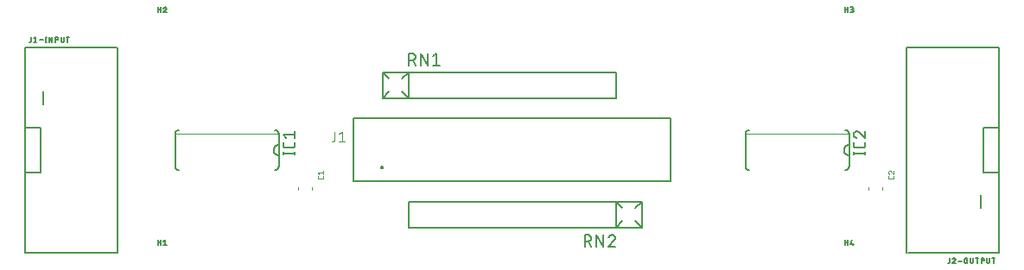
<source format=gbr>
G04 EAGLE Gerber RS-274X export*
G75*
%MOMM*%
%FSLAX34Y34*%
%LPD*%
%INSilkscreen Top*%
%IPPOS*%
%AMOC8*
5,1,8,0,0,1.08239X$1,22.5*%
G01*
%ADD10C,0.120000*%
%ADD11C,0.050800*%
%ADD12C,0.152400*%
%ADD13C,0.127000*%
%ADD14C,0.200000*%
%ADD15C,0.076200*%
%ADD16C,0.203200*%


D10*
X311600Y115650D02*
X311600Y112950D01*
X298000Y112950D02*
X298000Y115650D01*
D11*
X323342Y125375D02*
X323342Y126617D01*
X323342Y125375D02*
X323340Y125305D01*
X323334Y125236D01*
X323324Y125167D01*
X323311Y125099D01*
X323293Y125031D01*
X323272Y124965D01*
X323247Y124900D01*
X323219Y124836D01*
X323187Y124774D01*
X323152Y124714D01*
X323113Y124656D01*
X323071Y124601D01*
X323026Y124547D01*
X322978Y124497D01*
X322928Y124449D01*
X322874Y124404D01*
X322819Y124362D01*
X322761Y124323D01*
X322701Y124288D01*
X322639Y124256D01*
X322575Y124228D01*
X322510Y124203D01*
X322444Y124182D01*
X322376Y124164D01*
X322308Y124151D01*
X322239Y124141D01*
X322170Y124135D01*
X322100Y124133D01*
X318996Y124133D01*
X318926Y124135D01*
X318857Y124141D01*
X318788Y124151D01*
X318720Y124164D01*
X318652Y124182D01*
X318586Y124203D01*
X318521Y124228D01*
X318457Y124256D01*
X318395Y124288D01*
X318335Y124323D01*
X318277Y124362D01*
X318222Y124404D01*
X318168Y124449D01*
X318118Y124497D01*
X318070Y124547D01*
X318025Y124601D01*
X317983Y124656D01*
X317944Y124714D01*
X317909Y124774D01*
X317877Y124836D01*
X317849Y124900D01*
X317824Y124965D01*
X317803Y125031D01*
X317785Y125099D01*
X317772Y125167D01*
X317762Y125236D01*
X317756Y125305D01*
X317754Y125375D01*
X317754Y126617D01*
X318996Y128722D02*
X317754Y130274D01*
X323342Y130274D01*
X323342Y128722D02*
X323342Y131826D01*
D10*
X870400Y115650D02*
X870400Y112950D01*
X856800Y112950D02*
X856800Y115650D01*
D11*
X882142Y125375D02*
X882142Y126617D01*
X882142Y125375D02*
X882140Y125305D01*
X882134Y125236D01*
X882124Y125167D01*
X882111Y125099D01*
X882093Y125031D01*
X882072Y124965D01*
X882047Y124900D01*
X882019Y124836D01*
X881987Y124774D01*
X881952Y124714D01*
X881913Y124656D01*
X881871Y124601D01*
X881826Y124547D01*
X881778Y124497D01*
X881728Y124449D01*
X881674Y124404D01*
X881619Y124362D01*
X881561Y124323D01*
X881501Y124288D01*
X881439Y124256D01*
X881375Y124228D01*
X881310Y124203D01*
X881244Y124182D01*
X881176Y124164D01*
X881108Y124151D01*
X881039Y124141D01*
X880970Y124135D01*
X880900Y124133D01*
X877796Y124133D01*
X877726Y124135D01*
X877657Y124141D01*
X877588Y124151D01*
X877520Y124164D01*
X877452Y124182D01*
X877386Y124203D01*
X877321Y124228D01*
X877257Y124256D01*
X877195Y124288D01*
X877135Y124323D01*
X877077Y124362D01*
X877022Y124404D01*
X876968Y124449D01*
X876918Y124497D01*
X876870Y124547D01*
X876825Y124601D01*
X876783Y124656D01*
X876744Y124714D01*
X876709Y124774D01*
X876677Y124836D01*
X876649Y124900D01*
X876624Y124965D01*
X876603Y125031D01*
X876585Y125099D01*
X876572Y125167D01*
X876562Y125236D01*
X876556Y125305D01*
X876554Y125375D01*
X876554Y126617D01*
X876554Y130429D02*
X876556Y130502D01*
X876562Y130575D01*
X876571Y130648D01*
X876585Y130719D01*
X876602Y130791D01*
X876622Y130861D01*
X876647Y130930D01*
X876675Y130997D01*
X876706Y131063D01*
X876741Y131128D01*
X876779Y131190D01*
X876821Y131250D01*
X876865Y131308D01*
X876913Y131364D01*
X876963Y131417D01*
X877016Y131467D01*
X877072Y131515D01*
X877130Y131559D01*
X877190Y131601D01*
X877253Y131639D01*
X877317Y131674D01*
X877383Y131705D01*
X877450Y131733D01*
X877519Y131758D01*
X877589Y131778D01*
X877661Y131795D01*
X877732Y131809D01*
X877805Y131818D01*
X877878Y131824D01*
X877951Y131826D01*
X876554Y130429D02*
X876556Y130345D01*
X876562Y130262D01*
X876571Y130179D01*
X876585Y130096D01*
X876602Y130015D01*
X876624Y129934D01*
X876649Y129854D01*
X876677Y129776D01*
X876709Y129698D01*
X876745Y129623D01*
X876784Y129549D01*
X876827Y129477D01*
X876873Y129407D01*
X876922Y129340D01*
X876975Y129274D01*
X877030Y129212D01*
X877088Y129152D01*
X877149Y129094D01*
X877212Y129040D01*
X877278Y128988D01*
X877346Y128940D01*
X877417Y128895D01*
X877489Y128853D01*
X877564Y128815D01*
X877640Y128780D01*
X877717Y128749D01*
X877796Y128721D01*
X879037Y131360D02*
X878984Y131414D01*
X878927Y131465D01*
X878868Y131513D01*
X878807Y131558D01*
X878744Y131599D01*
X878678Y131638D01*
X878611Y131673D01*
X878542Y131705D01*
X878471Y131733D01*
X878400Y131757D01*
X878327Y131778D01*
X878253Y131795D01*
X878178Y131809D01*
X878103Y131818D01*
X878027Y131824D01*
X877951Y131826D01*
X879038Y131360D02*
X882142Y128722D01*
X882142Y131826D01*
D12*
X181610Y171958D02*
X181488Y171956D01*
X181366Y171950D01*
X181244Y171940D01*
X181123Y171927D01*
X181002Y171909D01*
X180882Y171888D01*
X180762Y171862D01*
X180644Y171833D01*
X180526Y171801D01*
X180409Y171764D01*
X180294Y171724D01*
X180180Y171680D01*
X180068Y171632D01*
X179957Y171581D01*
X179848Y171526D01*
X179740Y171468D01*
X179635Y171406D01*
X179532Y171341D01*
X179430Y171273D01*
X179331Y171201D01*
X179235Y171127D01*
X179140Y171049D01*
X179049Y170968D01*
X178959Y170885D01*
X178873Y170799D01*
X178790Y170709D01*
X178709Y170618D01*
X178631Y170523D01*
X178557Y170427D01*
X178485Y170328D01*
X178417Y170226D01*
X178352Y170123D01*
X178290Y170018D01*
X178232Y169910D01*
X178177Y169801D01*
X178126Y169690D01*
X178078Y169578D01*
X178034Y169464D01*
X177994Y169349D01*
X177957Y169232D01*
X177925Y169114D01*
X177896Y168996D01*
X177870Y168876D01*
X177849Y168756D01*
X177831Y168635D01*
X177818Y168514D01*
X177808Y168392D01*
X177802Y168270D01*
X177800Y168148D01*
X275590Y132842D02*
X275712Y132844D01*
X275834Y132850D01*
X275956Y132860D01*
X276077Y132873D01*
X276198Y132891D01*
X276318Y132912D01*
X276438Y132938D01*
X276556Y132967D01*
X276674Y132999D01*
X276791Y133036D01*
X276906Y133076D01*
X277020Y133120D01*
X277132Y133168D01*
X277243Y133219D01*
X277352Y133274D01*
X277460Y133332D01*
X277565Y133394D01*
X277668Y133459D01*
X277770Y133527D01*
X277869Y133599D01*
X277965Y133673D01*
X278060Y133751D01*
X278151Y133832D01*
X278241Y133915D01*
X278327Y134001D01*
X278410Y134091D01*
X278491Y134182D01*
X278569Y134277D01*
X278643Y134373D01*
X278715Y134472D01*
X278783Y134574D01*
X278848Y134677D01*
X278910Y134782D01*
X278968Y134890D01*
X279023Y134999D01*
X279074Y135110D01*
X279122Y135222D01*
X279166Y135336D01*
X279206Y135451D01*
X279243Y135568D01*
X279275Y135686D01*
X279304Y135804D01*
X279330Y135924D01*
X279351Y136044D01*
X279369Y136165D01*
X279382Y136286D01*
X279392Y136408D01*
X279398Y136530D01*
X279400Y136652D01*
X181610Y132842D02*
X181488Y132844D01*
X181366Y132850D01*
X181244Y132860D01*
X181123Y132873D01*
X181002Y132891D01*
X180882Y132912D01*
X180762Y132938D01*
X180644Y132967D01*
X180526Y132999D01*
X180409Y133036D01*
X180294Y133076D01*
X180180Y133120D01*
X180068Y133168D01*
X179957Y133219D01*
X179848Y133274D01*
X179740Y133332D01*
X179635Y133394D01*
X179532Y133459D01*
X179430Y133527D01*
X179331Y133599D01*
X179235Y133673D01*
X179140Y133751D01*
X179049Y133832D01*
X178959Y133915D01*
X178873Y134001D01*
X178790Y134091D01*
X178709Y134182D01*
X178631Y134277D01*
X178557Y134373D01*
X178485Y134472D01*
X178417Y134574D01*
X178352Y134677D01*
X178290Y134782D01*
X178232Y134890D01*
X178177Y134999D01*
X178126Y135110D01*
X178078Y135222D01*
X178034Y135336D01*
X177994Y135451D01*
X177957Y135568D01*
X177925Y135686D01*
X177896Y135804D01*
X177870Y135924D01*
X177849Y136044D01*
X177831Y136165D01*
X177818Y136286D01*
X177808Y136408D01*
X177802Y136530D01*
X177800Y136652D01*
X275590Y171958D02*
X275712Y171956D01*
X275834Y171950D01*
X275956Y171940D01*
X276077Y171927D01*
X276198Y171909D01*
X276318Y171888D01*
X276438Y171862D01*
X276556Y171833D01*
X276674Y171801D01*
X276791Y171764D01*
X276906Y171724D01*
X277020Y171680D01*
X277132Y171632D01*
X277243Y171581D01*
X277352Y171526D01*
X277460Y171468D01*
X277565Y171406D01*
X277668Y171341D01*
X277770Y171273D01*
X277869Y171201D01*
X277965Y171127D01*
X278060Y171049D01*
X278151Y170968D01*
X278241Y170885D01*
X278327Y170799D01*
X278410Y170709D01*
X278491Y170618D01*
X278569Y170523D01*
X278643Y170427D01*
X278715Y170328D01*
X278783Y170226D01*
X278848Y170123D01*
X278910Y170018D01*
X278968Y169910D01*
X279023Y169801D01*
X279074Y169690D01*
X279122Y169578D01*
X279166Y169464D01*
X279206Y169349D01*
X279243Y169232D01*
X279275Y169114D01*
X279304Y168996D01*
X279330Y168876D01*
X279351Y168756D01*
X279369Y168635D01*
X279382Y168514D01*
X279392Y168392D01*
X279398Y168270D01*
X279400Y168148D01*
X177800Y168148D02*
X177800Y136652D01*
X279400Y136652D02*
X279400Y147320D01*
X279400Y157480D01*
X279400Y168148D01*
X279400Y157480D02*
X279259Y157478D01*
X279118Y157472D01*
X278977Y157462D01*
X278836Y157449D01*
X278696Y157431D01*
X278557Y157409D01*
X278418Y157384D01*
X278279Y157355D01*
X278142Y157322D01*
X278006Y157285D01*
X277871Y157244D01*
X277736Y157200D01*
X277604Y157152D01*
X277472Y157100D01*
X277342Y157045D01*
X277214Y156986D01*
X277087Y156923D01*
X276963Y156857D01*
X276840Y156788D01*
X276719Y156715D01*
X276600Y156639D01*
X276483Y156559D01*
X276369Y156476D01*
X276256Y156391D01*
X276147Y156302D01*
X276039Y156210D01*
X275935Y156115D01*
X275833Y156017D01*
X275734Y155916D01*
X275637Y155813D01*
X275544Y155707D01*
X275454Y155599D01*
X275366Y155488D01*
X275282Y155375D01*
X275201Y155259D01*
X275123Y155141D01*
X275048Y155021D01*
X274977Y154899D01*
X274909Y154775D01*
X274845Y154649D01*
X274784Y154522D01*
X274727Y154393D01*
X274674Y154262D01*
X274624Y154130D01*
X274577Y153997D01*
X274535Y153862D01*
X274496Y153726D01*
X274461Y153589D01*
X274430Y153452D01*
X274403Y153313D01*
X274379Y153174D01*
X274360Y153034D01*
X274344Y152894D01*
X274332Y152753D01*
X274324Y152612D01*
X274320Y152471D01*
X274320Y152329D01*
X274324Y152188D01*
X274332Y152047D01*
X274344Y151906D01*
X274360Y151766D01*
X274379Y151626D01*
X274403Y151487D01*
X274430Y151348D01*
X274461Y151211D01*
X274496Y151074D01*
X274535Y150938D01*
X274577Y150803D01*
X274624Y150670D01*
X274674Y150538D01*
X274727Y150407D01*
X274784Y150278D01*
X274845Y150151D01*
X274909Y150025D01*
X274977Y149901D01*
X275048Y149779D01*
X275123Y149659D01*
X275201Y149541D01*
X275282Y149425D01*
X275366Y149312D01*
X275454Y149201D01*
X275544Y149093D01*
X275637Y148987D01*
X275734Y148884D01*
X275833Y148783D01*
X275935Y148685D01*
X276039Y148590D01*
X276147Y148498D01*
X276256Y148409D01*
X276369Y148324D01*
X276483Y148241D01*
X276600Y148161D01*
X276719Y148085D01*
X276840Y148012D01*
X276963Y147943D01*
X277087Y147877D01*
X277214Y147814D01*
X277342Y147755D01*
X277472Y147700D01*
X277604Y147648D01*
X277736Y147600D01*
X277871Y147556D01*
X278006Y147515D01*
X278142Y147478D01*
X278279Y147445D01*
X278418Y147416D01*
X278557Y147391D01*
X278696Y147369D01*
X278836Y147351D01*
X278977Y147338D01*
X279118Y147328D01*
X279259Y147322D01*
X279400Y147320D01*
D11*
X279400Y168402D02*
X177800Y168402D01*
D13*
X283845Y148971D02*
X295275Y148971D01*
X295275Y147701D02*
X295275Y150241D01*
X283845Y150241D02*
X283845Y147701D01*
X295275Y157443D02*
X295275Y159983D01*
X295275Y157443D02*
X295273Y157343D01*
X295267Y157244D01*
X295257Y157144D01*
X295244Y157046D01*
X295226Y156947D01*
X295205Y156850D01*
X295180Y156754D01*
X295151Y156658D01*
X295118Y156564D01*
X295082Y156471D01*
X295042Y156380D01*
X294998Y156290D01*
X294951Y156202D01*
X294901Y156116D01*
X294847Y156032D01*
X294790Y155950D01*
X294730Y155871D01*
X294666Y155793D01*
X294600Y155719D01*
X294531Y155647D01*
X294459Y155578D01*
X294385Y155512D01*
X294307Y155448D01*
X294228Y155388D01*
X294146Y155331D01*
X294062Y155277D01*
X293976Y155227D01*
X293888Y155180D01*
X293798Y155136D01*
X293707Y155096D01*
X293614Y155060D01*
X293520Y155027D01*
X293424Y154998D01*
X293328Y154973D01*
X293231Y154952D01*
X293132Y154934D01*
X293034Y154921D01*
X292934Y154911D01*
X292835Y154905D01*
X292735Y154903D01*
X286385Y154903D01*
X286285Y154905D01*
X286186Y154911D01*
X286086Y154921D01*
X285988Y154934D01*
X285889Y154952D01*
X285792Y154973D01*
X285696Y154998D01*
X285600Y155027D01*
X285506Y155060D01*
X285413Y155096D01*
X285322Y155136D01*
X285232Y155180D01*
X285144Y155227D01*
X285058Y155277D01*
X284974Y155331D01*
X284892Y155388D01*
X284813Y155448D01*
X284735Y155512D01*
X284661Y155578D01*
X284589Y155647D01*
X284520Y155719D01*
X284454Y155793D01*
X284390Y155871D01*
X284330Y155950D01*
X284273Y156032D01*
X284219Y156116D01*
X284169Y156202D01*
X284122Y156290D01*
X284078Y156380D01*
X284038Y156471D01*
X284002Y156564D01*
X283969Y156658D01*
X283940Y156754D01*
X283915Y156850D01*
X283894Y156947D01*
X283876Y157046D01*
X283863Y157144D01*
X283853Y157244D01*
X283847Y157343D01*
X283845Y157443D01*
X283845Y159983D01*
X286385Y164465D02*
X283845Y167640D01*
X295275Y167640D01*
X295275Y164465D02*
X295275Y170815D01*
D12*
X736600Y168148D02*
X736602Y168270D01*
X736608Y168392D01*
X736618Y168514D01*
X736631Y168635D01*
X736649Y168756D01*
X736670Y168876D01*
X736696Y168996D01*
X736725Y169114D01*
X736757Y169232D01*
X736794Y169349D01*
X736834Y169464D01*
X736878Y169578D01*
X736926Y169690D01*
X736977Y169801D01*
X737032Y169910D01*
X737090Y170018D01*
X737152Y170123D01*
X737217Y170226D01*
X737285Y170328D01*
X737357Y170427D01*
X737431Y170523D01*
X737509Y170618D01*
X737590Y170709D01*
X737673Y170799D01*
X737759Y170885D01*
X737849Y170968D01*
X737940Y171049D01*
X738035Y171127D01*
X738131Y171201D01*
X738230Y171273D01*
X738332Y171341D01*
X738435Y171406D01*
X738540Y171468D01*
X738648Y171526D01*
X738757Y171581D01*
X738868Y171632D01*
X738980Y171680D01*
X739094Y171724D01*
X739209Y171764D01*
X739326Y171801D01*
X739444Y171833D01*
X739562Y171862D01*
X739682Y171888D01*
X739802Y171909D01*
X739923Y171927D01*
X740044Y171940D01*
X740166Y171950D01*
X740288Y171956D01*
X740410Y171958D01*
X834390Y132842D02*
X834512Y132844D01*
X834634Y132850D01*
X834756Y132860D01*
X834877Y132873D01*
X834998Y132891D01*
X835118Y132912D01*
X835238Y132938D01*
X835356Y132967D01*
X835474Y132999D01*
X835591Y133036D01*
X835706Y133076D01*
X835820Y133120D01*
X835932Y133168D01*
X836043Y133219D01*
X836152Y133274D01*
X836260Y133332D01*
X836365Y133394D01*
X836468Y133459D01*
X836570Y133527D01*
X836669Y133599D01*
X836765Y133673D01*
X836860Y133751D01*
X836951Y133832D01*
X837041Y133915D01*
X837127Y134001D01*
X837210Y134091D01*
X837291Y134182D01*
X837369Y134277D01*
X837443Y134373D01*
X837515Y134472D01*
X837583Y134574D01*
X837648Y134677D01*
X837710Y134782D01*
X837768Y134890D01*
X837823Y134999D01*
X837874Y135110D01*
X837922Y135222D01*
X837966Y135336D01*
X838006Y135451D01*
X838043Y135568D01*
X838075Y135686D01*
X838104Y135804D01*
X838130Y135924D01*
X838151Y136044D01*
X838169Y136165D01*
X838182Y136286D01*
X838192Y136408D01*
X838198Y136530D01*
X838200Y136652D01*
X740410Y132842D02*
X740288Y132844D01*
X740166Y132850D01*
X740044Y132860D01*
X739923Y132873D01*
X739802Y132891D01*
X739682Y132912D01*
X739562Y132938D01*
X739444Y132967D01*
X739326Y132999D01*
X739209Y133036D01*
X739094Y133076D01*
X738980Y133120D01*
X738868Y133168D01*
X738757Y133219D01*
X738648Y133274D01*
X738540Y133332D01*
X738435Y133394D01*
X738332Y133459D01*
X738230Y133527D01*
X738131Y133599D01*
X738035Y133673D01*
X737940Y133751D01*
X737849Y133832D01*
X737759Y133915D01*
X737673Y134001D01*
X737590Y134091D01*
X737509Y134182D01*
X737431Y134277D01*
X737357Y134373D01*
X737285Y134472D01*
X737217Y134574D01*
X737152Y134677D01*
X737090Y134782D01*
X737032Y134890D01*
X736977Y134999D01*
X736926Y135110D01*
X736878Y135222D01*
X736834Y135336D01*
X736794Y135451D01*
X736757Y135568D01*
X736725Y135686D01*
X736696Y135804D01*
X736670Y135924D01*
X736649Y136044D01*
X736631Y136165D01*
X736618Y136286D01*
X736608Y136408D01*
X736602Y136530D01*
X736600Y136652D01*
X834390Y171958D02*
X834512Y171956D01*
X834634Y171950D01*
X834756Y171940D01*
X834877Y171927D01*
X834998Y171909D01*
X835118Y171888D01*
X835238Y171862D01*
X835356Y171833D01*
X835474Y171801D01*
X835591Y171764D01*
X835706Y171724D01*
X835820Y171680D01*
X835932Y171632D01*
X836043Y171581D01*
X836152Y171526D01*
X836260Y171468D01*
X836365Y171406D01*
X836468Y171341D01*
X836570Y171273D01*
X836669Y171201D01*
X836765Y171127D01*
X836860Y171049D01*
X836951Y170968D01*
X837041Y170885D01*
X837127Y170799D01*
X837210Y170709D01*
X837291Y170618D01*
X837369Y170523D01*
X837443Y170427D01*
X837515Y170328D01*
X837583Y170226D01*
X837648Y170123D01*
X837710Y170018D01*
X837768Y169910D01*
X837823Y169801D01*
X837874Y169690D01*
X837922Y169578D01*
X837966Y169464D01*
X838006Y169349D01*
X838043Y169232D01*
X838075Y169114D01*
X838104Y168996D01*
X838130Y168876D01*
X838151Y168756D01*
X838169Y168635D01*
X838182Y168514D01*
X838192Y168392D01*
X838198Y168270D01*
X838200Y168148D01*
X736600Y168148D02*
X736600Y136652D01*
X838200Y136652D02*
X838200Y147320D01*
X838200Y157480D01*
X838200Y168148D01*
X838200Y157480D02*
X838059Y157478D01*
X837918Y157472D01*
X837777Y157462D01*
X837636Y157449D01*
X837496Y157431D01*
X837357Y157409D01*
X837218Y157384D01*
X837079Y157355D01*
X836942Y157322D01*
X836806Y157285D01*
X836671Y157244D01*
X836536Y157200D01*
X836404Y157152D01*
X836272Y157100D01*
X836142Y157045D01*
X836014Y156986D01*
X835887Y156923D01*
X835763Y156857D01*
X835640Y156788D01*
X835519Y156715D01*
X835400Y156639D01*
X835283Y156559D01*
X835169Y156476D01*
X835056Y156391D01*
X834947Y156302D01*
X834839Y156210D01*
X834735Y156115D01*
X834633Y156017D01*
X834534Y155916D01*
X834437Y155813D01*
X834344Y155707D01*
X834254Y155599D01*
X834166Y155488D01*
X834082Y155375D01*
X834001Y155259D01*
X833923Y155141D01*
X833848Y155021D01*
X833777Y154899D01*
X833709Y154775D01*
X833645Y154649D01*
X833584Y154522D01*
X833527Y154393D01*
X833474Y154262D01*
X833424Y154130D01*
X833377Y153997D01*
X833335Y153862D01*
X833296Y153726D01*
X833261Y153589D01*
X833230Y153452D01*
X833203Y153313D01*
X833179Y153174D01*
X833160Y153034D01*
X833144Y152894D01*
X833132Y152753D01*
X833124Y152612D01*
X833120Y152471D01*
X833120Y152329D01*
X833124Y152188D01*
X833132Y152047D01*
X833144Y151906D01*
X833160Y151766D01*
X833179Y151626D01*
X833203Y151487D01*
X833230Y151348D01*
X833261Y151211D01*
X833296Y151074D01*
X833335Y150938D01*
X833377Y150803D01*
X833424Y150670D01*
X833474Y150538D01*
X833527Y150407D01*
X833584Y150278D01*
X833645Y150151D01*
X833709Y150025D01*
X833777Y149901D01*
X833848Y149779D01*
X833923Y149659D01*
X834001Y149541D01*
X834082Y149425D01*
X834166Y149312D01*
X834254Y149201D01*
X834344Y149093D01*
X834437Y148987D01*
X834534Y148884D01*
X834633Y148783D01*
X834735Y148685D01*
X834839Y148590D01*
X834947Y148498D01*
X835056Y148409D01*
X835169Y148324D01*
X835283Y148241D01*
X835400Y148161D01*
X835519Y148085D01*
X835640Y148012D01*
X835763Y147943D01*
X835887Y147877D01*
X836014Y147814D01*
X836142Y147755D01*
X836272Y147700D01*
X836404Y147648D01*
X836536Y147600D01*
X836671Y147556D01*
X836806Y147515D01*
X836942Y147478D01*
X837079Y147445D01*
X837218Y147416D01*
X837357Y147391D01*
X837496Y147369D01*
X837636Y147351D01*
X837777Y147338D01*
X837918Y147328D01*
X838059Y147322D01*
X838200Y147320D01*
D11*
X838200Y168402D02*
X736600Y168402D01*
D13*
X842645Y148971D02*
X854075Y148971D01*
X854075Y147701D02*
X854075Y150241D01*
X842645Y150241D02*
X842645Y147701D01*
X854075Y157443D02*
X854075Y159983D01*
X854075Y157443D02*
X854073Y157343D01*
X854067Y157244D01*
X854057Y157144D01*
X854044Y157046D01*
X854026Y156947D01*
X854005Y156850D01*
X853980Y156754D01*
X853951Y156658D01*
X853918Y156564D01*
X853882Y156471D01*
X853842Y156380D01*
X853798Y156290D01*
X853751Y156202D01*
X853701Y156116D01*
X853647Y156032D01*
X853590Y155950D01*
X853530Y155871D01*
X853466Y155793D01*
X853400Y155719D01*
X853331Y155647D01*
X853259Y155578D01*
X853185Y155512D01*
X853107Y155448D01*
X853028Y155388D01*
X852946Y155331D01*
X852862Y155277D01*
X852776Y155227D01*
X852688Y155180D01*
X852598Y155136D01*
X852507Y155096D01*
X852414Y155060D01*
X852320Y155027D01*
X852224Y154998D01*
X852128Y154973D01*
X852031Y154952D01*
X851932Y154934D01*
X851834Y154921D01*
X851734Y154911D01*
X851635Y154905D01*
X851535Y154903D01*
X845185Y154903D01*
X845085Y154905D01*
X844986Y154911D01*
X844886Y154921D01*
X844788Y154934D01*
X844689Y154952D01*
X844592Y154973D01*
X844496Y154998D01*
X844400Y155027D01*
X844306Y155060D01*
X844213Y155096D01*
X844122Y155136D01*
X844032Y155180D01*
X843944Y155227D01*
X843858Y155277D01*
X843774Y155331D01*
X843692Y155388D01*
X843613Y155448D01*
X843535Y155512D01*
X843461Y155578D01*
X843389Y155647D01*
X843320Y155719D01*
X843254Y155793D01*
X843190Y155871D01*
X843130Y155950D01*
X843073Y156032D01*
X843019Y156116D01*
X842969Y156202D01*
X842922Y156290D01*
X842878Y156380D01*
X842838Y156471D01*
X842802Y156564D01*
X842769Y156658D01*
X842740Y156754D01*
X842715Y156850D01*
X842694Y156947D01*
X842676Y157046D01*
X842663Y157144D01*
X842653Y157244D01*
X842647Y157343D01*
X842645Y157443D01*
X842645Y159983D01*
X842645Y167958D02*
X842647Y168062D01*
X842653Y168167D01*
X842662Y168271D01*
X842675Y168374D01*
X842693Y168477D01*
X842713Y168579D01*
X842738Y168681D01*
X842766Y168781D01*
X842798Y168881D01*
X842834Y168979D01*
X842873Y169076D01*
X842915Y169171D01*
X842961Y169265D01*
X843011Y169357D01*
X843063Y169447D01*
X843119Y169535D01*
X843179Y169621D01*
X843241Y169705D01*
X843306Y169786D01*
X843374Y169865D01*
X843446Y169942D01*
X843519Y170015D01*
X843596Y170087D01*
X843675Y170155D01*
X843756Y170220D01*
X843840Y170282D01*
X843926Y170342D01*
X844014Y170398D01*
X844104Y170450D01*
X844196Y170500D01*
X844290Y170546D01*
X844385Y170588D01*
X844482Y170627D01*
X844580Y170663D01*
X844680Y170695D01*
X844780Y170723D01*
X844882Y170748D01*
X844984Y170768D01*
X845087Y170786D01*
X845190Y170799D01*
X845294Y170808D01*
X845399Y170814D01*
X845503Y170816D01*
X842645Y167958D02*
X842647Y167840D01*
X842653Y167721D01*
X842662Y167603D01*
X842675Y167486D01*
X842693Y167369D01*
X842713Y167252D01*
X842738Y167136D01*
X842766Y167021D01*
X842799Y166908D01*
X842834Y166795D01*
X842874Y166683D01*
X842916Y166573D01*
X842963Y166464D01*
X843013Y166356D01*
X843066Y166251D01*
X843123Y166147D01*
X843183Y166045D01*
X843246Y165945D01*
X843313Y165847D01*
X843382Y165751D01*
X843455Y165658D01*
X843531Y165567D01*
X843609Y165478D01*
X843691Y165392D01*
X843775Y165309D01*
X843861Y165228D01*
X843951Y165151D01*
X844042Y165076D01*
X844136Y165004D01*
X844233Y164935D01*
X844331Y164870D01*
X844432Y164807D01*
X844535Y164748D01*
X844639Y164692D01*
X844745Y164640D01*
X844853Y164591D01*
X844962Y164546D01*
X845073Y164504D01*
X845185Y164466D01*
X847725Y169863D02*
X847650Y169939D01*
X847571Y170014D01*
X847490Y170085D01*
X847406Y170154D01*
X847320Y170219D01*
X847232Y170281D01*
X847142Y170341D01*
X847050Y170397D01*
X846955Y170450D01*
X846859Y170499D01*
X846761Y170545D01*
X846662Y170588D01*
X846561Y170627D01*
X846459Y170662D01*
X846356Y170694D01*
X846252Y170722D01*
X846147Y170747D01*
X846040Y170768D01*
X845934Y170785D01*
X845827Y170798D01*
X845719Y170807D01*
X845611Y170813D01*
X845503Y170815D01*
X847725Y169863D02*
X854075Y164465D01*
X854075Y170815D01*
D14*
X663250Y183400D02*
X352750Y183400D01*
X663250Y183400D02*
X663250Y121400D01*
X352750Y121400D01*
X352750Y183400D01*
X379300Y135100D02*
X379302Y135163D01*
X379308Y135225D01*
X379318Y135287D01*
X379331Y135349D01*
X379349Y135409D01*
X379370Y135468D01*
X379395Y135526D01*
X379424Y135582D01*
X379456Y135636D01*
X379491Y135688D01*
X379529Y135737D01*
X379571Y135785D01*
X379615Y135829D01*
X379663Y135871D01*
X379712Y135909D01*
X379764Y135944D01*
X379818Y135976D01*
X379874Y136005D01*
X379932Y136030D01*
X379991Y136051D01*
X380051Y136069D01*
X380113Y136082D01*
X380175Y136092D01*
X380237Y136098D01*
X380300Y136100D01*
X380363Y136098D01*
X380425Y136092D01*
X380487Y136082D01*
X380549Y136069D01*
X380609Y136051D01*
X380668Y136030D01*
X380726Y136005D01*
X380782Y135976D01*
X380836Y135944D01*
X380888Y135909D01*
X380937Y135871D01*
X380985Y135829D01*
X381029Y135785D01*
X381071Y135737D01*
X381109Y135688D01*
X381144Y135636D01*
X381176Y135582D01*
X381205Y135526D01*
X381230Y135468D01*
X381251Y135409D01*
X381269Y135349D01*
X381282Y135287D01*
X381292Y135225D01*
X381298Y135163D01*
X381300Y135100D01*
X381298Y135037D01*
X381292Y134975D01*
X381282Y134913D01*
X381269Y134851D01*
X381251Y134791D01*
X381230Y134732D01*
X381205Y134674D01*
X381176Y134618D01*
X381144Y134564D01*
X381109Y134512D01*
X381071Y134463D01*
X381029Y134415D01*
X380985Y134371D01*
X380937Y134329D01*
X380888Y134291D01*
X380836Y134256D01*
X380782Y134224D01*
X380726Y134195D01*
X380668Y134170D01*
X380609Y134149D01*
X380549Y134131D01*
X380487Y134118D01*
X380425Y134108D01*
X380363Y134102D01*
X380300Y134100D01*
X380237Y134102D01*
X380175Y134108D01*
X380113Y134118D01*
X380051Y134131D01*
X379991Y134149D01*
X379932Y134170D01*
X379874Y134195D01*
X379818Y134224D01*
X379764Y134256D01*
X379712Y134291D01*
X379663Y134329D01*
X379615Y134371D01*
X379571Y134415D01*
X379529Y134463D01*
X379491Y134512D01*
X379456Y134564D01*
X379424Y134618D01*
X379395Y134674D01*
X379370Y134732D01*
X379349Y134791D01*
X379331Y134851D01*
X379318Y134913D01*
X379308Y134975D01*
X379302Y135037D01*
X379300Y135100D01*
D15*
X334356Y162969D02*
X334356Y170279D01*
X334356Y162969D02*
X334354Y162880D01*
X334348Y162792D01*
X334339Y162704D01*
X334326Y162616D01*
X334309Y162529D01*
X334289Y162443D01*
X334264Y162358D01*
X334237Y162273D01*
X334205Y162190D01*
X334171Y162109D01*
X334132Y162029D01*
X334091Y161951D01*
X334046Y161874D01*
X333998Y161800D01*
X333947Y161727D01*
X333893Y161657D01*
X333835Y161590D01*
X333775Y161524D01*
X333713Y161462D01*
X333647Y161402D01*
X333580Y161344D01*
X333510Y161290D01*
X333437Y161239D01*
X333363Y161191D01*
X333286Y161146D01*
X333208Y161105D01*
X333128Y161066D01*
X333047Y161032D01*
X332964Y161000D01*
X332879Y160973D01*
X332794Y160948D01*
X332708Y160928D01*
X332621Y160911D01*
X332533Y160898D01*
X332445Y160889D01*
X332357Y160883D01*
X332268Y160881D01*
X331224Y160881D01*
X338548Y168191D02*
X341158Y170279D01*
X341158Y160881D01*
X338548Y160881D02*
X343769Y160881D01*
D16*
X48450Y196850D02*
X48450Y209550D01*
X121200Y253400D02*
X121200Y51400D01*
X31200Y51400D02*
X31200Y130400D01*
X31200Y174400D01*
X31200Y253400D01*
X120200Y253400D01*
X121200Y51400D02*
X31200Y51400D01*
X31200Y174400D02*
X46200Y174400D01*
X46200Y130400D01*
X31200Y130400D01*
D13*
X36534Y259517D02*
X36534Y263271D01*
X36533Y259517D02*
X36531Y259452D01*
X36525Y259388D01*
X36515Y259324D01*
X36502Y259260D01*
X36484Y259198D01*
X36463Y259137D01*
X36439Y259077D01*
X36410Y259019D01*
X36378Y258962D01*
X36343Y258908D01*
X36305Y258856D01*
X36263Y258806D01*
X36219Y258759D01*
X36172Y258715D01*
X36122Y258673D01*
X36070Y258635D01*
X36016Y258600D01*
X35959Y258568D01*
X35901Y258539D01*
X35841Y258515D01*
X35780Y258494D01*
X35718Y258476D01*
X35654Y258463D01*
X35590Y258453D01*
X35526Y258447D01*
X35461Y258445D01*
X34925Y258445D01*
X39482Y262199D02*
X40822Y263271D01*
X40822Y258445D01*
X39482Y258445D02*
X42163Y258445D01*
X45066Y260322D02*
X48283Y260322D01*
X51429Y258445D02*
X51429Y263271D01*
X50893Y258445D02*
X51965Y258445D01*
X51965Y263271D02*
X50893Y263271D01*
X54661Y263271D02*
X54661Y258445D01*
X57342Y258445D02*
X54661Y263271D01*
X57342Y263271D02*
X57342Y258445D01*
X60659Y258445D02*
X60659Y263271D01*
X62000Y263271D01*
X62071Y263269D01*
X62143Y263263D01*
X62213Y263254D01*
X62283Y263241D01*
X62353Y263224D01*
X62421Y263203D01*
X62488Y263179D01*
X62554Y263151D01*
X62618Y263120D01*
X62681Y263085D01*
X62741Y263047D01*
X62800Y263006D01*
X62856Y262962D01*
X62910Y262915D01*
X62961Y262866D01*
X63009Y262813D01*
X63055Y262758D01*
X63097Y262701D01*
X63137Y262641D01*
X63173Y262580D01*
X63206Y262516D01*
X63235Y262451D01*
X63261Y262385D01*
X63284Y262317D01*
X63303Y262248D01*
X63318Y262178D01*
X63329Y262108D01*
X63337Y262037D01*
X63341Y261966D01*
X63341Y261894D01*
X63337Y261823D01*
X63329Y261752D01*
X63318Y261682D01*
X63303Y261612D01*
X63284Y261543D01*
X63261Y261475D01*
X63235Y261409D01*
X63206Y261344D01*
X63173Y261280D01*
X63137Y261219D01*
X63097Y261159D01*
X63055Y261102D01*
X63009Y261047D01*
X62961Y260994D01*
X62910Y260945D01*
X62856Y260898D01*
X62800Y260854D01*
X62741Y260813D01*
X62681Y260775D01*
X62618Y260740D01*
X62554Y260709D01*
X62488Y260681D01*
X62421Y260657D01*
X62353Y260636D01*
X62283Y260619D01*
X62213Y260606D01*
X62143Y260597D01*
X62071Y260591D01*
X62000Y260589D01*
X62000Y260590D02*
X60659Y260590D01*
X65999Y259786D02*
X65999Y263271D01*
X65999Y259786D02*
X66001Y259715D01*
X66007Y259643D01*
X66016Y259573D01*
X66029Y259503D01*
X66046Y259433D01*
X66067Y259365D01*
X66091Y259298D01*
X66119Y259232D01*
X66150Y259168D01*
X66185Y259105D01*
X66223Y259045D01*
X66264Y258986D01*
X66308Y258930D01*
X66355Y258876D01*
X66404Y258825D01*
X66457Y258777D01*
X66512Y258731D01*
X66569Y258689D01*
X66629Y258649D01*
X66690Y258613D01*
X66754Y258580D01*
X66819Y258551D01*
X66885Y258525D01*
X66953Y258502D01*
X67022Y258483D01*
X67092Y258468D01*
X67162Y258457D01*
X67233Y258449D01*
X67304Y258445D01*
X67376Y258445D01*
X67447Y258449D01*
X67518Y258457D01*
X67588Y258468D01*
X67658Y258483D01*
X67727Y258502D01*
X67795Y258525D01*
X67861Y258551D01*
X67926Y258580D01*
X67990Y258613D01*
X68051Y258649D01*
X68111Y258689D01*
X68168Y258731D01*
X68223Y258777D01*
X68276Y258825D01*
X68325Y258876D01*
X68372Y258930D01*
X68416Y258986D01*
X68457Y259045D01*
X68495Y259105D01*
X68530Y259168D01*
X68561Y259232D01*
X68589Y259298D01*
X68613Y259365D01*
X68634Y259433D01*
X68651Y259503D01*
X68664Y259573D01*
X68673Y259643D01*
X68679Y259715D01*
X68681Y259786D01*
X68680Y259786D02*
X68680Y263271D01*
X72643Y263271D02*
X72643Y258445D01*
X71303Y263271D02*
X73984Y263271D01*
D16*
X967550Y107950D02*
X967550Y95250D01*
X894800Y51400D02*
X894800Y253400D01*
X984800Y253400D02*
X984800Y174400D01*
X984800Y130400D01*
X984800Y51400D01*
X895800Y51400D01*
X894800Y253400D02*
X984800Y253400D01*
X984800Y130400D02*
X969800Y130400D01*
X969800Y174400D01*
X984800Y174400D01*
D13*
X936676Y46355D02*
X936676Y42601D01*
X936675Y42601D02*
X936673Y42536D01*
X936667Y42472D01*
X936657Y42408D01*
X936644Y42344D01*
X936626Y42282D01*
X936605Y42221D01*
X936581Y42161D01*
X936552Y42103D01*
X936520Y42046D01*
X936485Y41992D01*
X936447Y41940D01*
X936405Y41890D01*
X936361Y41843D01*
X936314Y41799D01*
X936264Y41757D01*
X936212Y41719D01*
X936158Y41684D01*
X936101Y41652D01*
X936043Y41623D01*
X935983Y41599D01*
X935922Y41578D01*
X935860Y41560D01*
X935796Y41547D01*
X935732Y41537D01*
X935668Y41531D01*
X935603Y41529D01*
X935067Y41529D01*
X941098Y46355D02*
X941166Y46353D01*
X941233Y46347D01*
X941300Y46338D01*
X941367Y46325D01*
X941432Y46308D01*
X941497Y46287D01*
X941560Y46263D01*
X941622Y46235D01*
X941682Y46204D01*
X941740Y46170D01*
X941796Y46132D01*
X941851Y46092D01*
X941902Y46048D01*
X941951Y46001D01*
X941998Y45952D01*
X942042Y45901D01*
X942082Y45846D01*
X942120Y45790D01*
X942154Y45732D01*
X942185Y45672D01*
X942213Y45610D01*
X942237Y45547D01*
X942258Y45482D01*
X942275Y45417D01*
X942288Y45350D01*
X942297Y45283D01*
X942303Y45216D01*
X942305Y45148D01*
X941098Y46355D02*
X941020Y46353D01*
X940942Y46347D01*
X940865Y46337D01*
X940788Y46324D01*
X940712Y46306D01*
X940637Y46285D01*
X940563Y46260D01*
X940491Y46231D01*
X940420Y46199D01*
X940351Y46163D01*
X940283Y46124D01*
X940218Y46081D01*
X940155Y46035D01*
X940094Y45986D01*
X940036Y45934D01*
X939981Y45879D01*
X939928Y45822D01*
X939879Y45762D01*
X939832Y45699D01*
X939789Y45635D01*
X939749Y45568D01*
X939712Y45499D01*
X939679Y45428D01*
X939649Y45356D01*
X939623Y45283D01*
X941903Y44210D02*
X941952Y44259D01*
X941999Y44311D01*
X942042Y44366D01*
X942083Y44423D01*
X942121Y44482D01*
X942155Y44543D01*
X942186Y44606D01*
X942214Y44670D01*
X942238Y44736D01*
X942258Y44802D01*
X942275Y44870D01*
X942288Y44939D01*
X942297Y45008D01*
X942303Y45078D01*
X942305Y45148D01*
X941903Y44210D02*
X939624Y41529D01*
X942305Y41529D01*
X945208Y43406D02*
X948425Y43406D01*
X951328Y42870D02*
X951328Y45014D01*
X951327Y45014D02*
X951329Y45085D01*
X951335Y45157D01*
X951344Y45227D01*
X951357Y45297D01*
X951374Y45367D01*
X951395Y45435D01*
X951419Y45502D01*
X951447Y45568D01*
X951478Y45632D01*
X951513Y45695D01*
X951551Y45755D01*
X951592Y45814D01*
X951636Y45870D01*
X951683Y45924D01*
X951732Y45975D01*
X951785Y46023D01*
X951840Y46069D01*
X951897Y46111D01*
X951957Y46151D01*
X952018Y46187D01*
X952082Y46220D01*
X952147Y46249D01*
X952213Y46275D01*
X952281Y46298D01*
X952350Y46317D01*
X952420Y46332D01*
X952490Y46343D01*
X952561Y46351D01*
X952632Y46355D01*
X952704Y46355D01*
X952775Y46351D01*
X952846Y46343D01*
X952916Y46332D01*
X952986Y46317D01*
X953055Y46298D01*
X953123Y46275D01*
X953189Y46249D01*
X953254Y46220D01*
X953318Y46187D01*
X953379Y46151D01*
X953439Y46111D01*
X953496Y46069D01*
X953551Y46023D01*
X953604Y45975D01*
X953653Y45924D01*
X953700Y45870D01*
X953744Y45814D01*
X953785Y45755D01*
X953823Y45695D01*
X953858Y45632D01*
X953889Y45568D01*
X953917Y45502D01*
X953941Y45435D01*
X953962Y45367D01*
X953979Y45297D01*
X953992Y45227D01*
X954001Y45157D01*
X954007Y45085D01*
X954009Y45014D01*
X954009Y42870D01*
X954007Y42799D01*
X954001Y42727D01*
X953992Y42657D01*
X953979Y42587D01*
X953962Y42517D01*
X953941Y42449D01*
X953917Y42382D01*
X953889Y42316D01*
X953858Y42252D01*
X953823Y42189D01*
X953785Y42129D01*
X953744Y42070D01*
X953700Y42014D01*
X953653Y41960D01*
X953604Y41909D01*
X953551Y41861D01*
X953496Y41815D01*
X953439Y41773D01*
X953379Y41733D01*
X953318Y41697D01*
X953254Y41664D01*
X953189Y41635D01*
X953123Y41609D01*
X953055Y41586D01*
X952986Y41567D01*
X952916Y41552D01*
X952846Y41541D01*
X952775Y41533D01*
X952704Y41529D01*
X952632Y41529D01*
X952561Y41533D01*
X952490Y41541D01*
X952420Y41552D01*
X952350Y41567D01*
X952281Y41586D01*
X952213Y41609D01*
X952147Y41635D01*
X952082Y41664D01*
X952018Y41697D01*
X951957Y41733D01*
X951897Y41773D01*
X951840Y41815D01*
X951785Y41861D01*
X951732Y41909D01*
X951683Y41960D01*
X951636Y42014D01*
X951592Y42070D01*
X951551Y42129D01*
X951513Y42189D01*
X951478Y42252D01*
X951447Y42316D01*
X951419Y42382D01*
X951395Y42449D01*
X951374Y42517D01*
X951357Y42587D01*
X951344Y42657D01*
X951335Y42727D01*
X951329Y42799D01*
X951327Y42870D01*
X956997Y42870D02*
X956997Y46355D01*
X956997Y42870D02*
X956999Y42799D01*
X957005Y42727D01*
X957014Y42657D01*
X957027Y42587D01*
X957044Y42517D01*
X957065Y42449D01*
X957089Y42382D01*
X957117Y42316D01*
X957148Y42252D01*
X957183Y42189D01*
X957221Y42129D01*
X957262Y42070D01*
X957306Y42014D01*
X957353Y41960D01*
X957402Y41909D01*
X957455Y41861D01*
X957510Y41815D01*
X957567Y41773D01*
X957627Y41733D01*
X957688Y41697D01*
X957752Y41664D01*
X957817Y41635D01*
X957883Y41609D01*
X957951Y41586D01*
X958020Y41567D01*
X958090Y41552D01*
X958160Y41541D01*
X958231Y41533D01*
X958302Y41529D01*
X958374Y41529D01*
X958445Y41533D01*
X958516Y41541D01*
X958586Y41552D01*
X958656Y41567D01*
X958725Y41586D01*
X958793Y41609D01*
X958859Y41635D01*
X958924Y41664D01*
X958988Y41697D01*
X959049Y41733D01*
X959109Y41773D01*
X959166Y41815D01*
X959221Y41861D01*
X959274Y41909D01*
X959323Y41960D01*
X959370Y42014D01*
X959414Y42070D01*
X959455Y42129D01*
X959493Y42189D01*
X959528Y42252D01*
X959559Y42316D01*
X959587Y42382D01*
X959611Y42449D01*
X959632Y42517D01*
X959649Y42587D01*
X959662Y42657D01*
X959671Y42727D01*
X959677Y42799D01*
X959679Y42870D01*
X959678Y42870D02*
X959678Y46355D01*
X963641Y46355D02*
X963641Y41529D01*
X962301Y46355D02*
X964982Y46355D01*
X967751Y46355D02*
X967751Y41529D01*
X967751Y46355D02*
X969091Y46355D01*
X969162Y46353D01*
X969234Y46347D01*
X969304Y46338D01*
X969374Y46325D01*
X969444Y46308D01*
X969512Y46287D01*
X969579Y46263D01*
X969645Y46235D01*
X969709Y46204D01*
X969772Y46169D01*
X969832Y46131D01*
X969891Y46090D01*
X969947Y46046D01*
X970001Y45999D01*
X970052Y45950D01*
X970100Y45897D01*
X970146Y45842D01*
X970188Y45785D01*
X970228Y45725D01*
X970264Y45664D01*
X970297Y45600D01*
X970326Y45535D01*
X970352Y45469D01*
X970375Y45401D01*
X970394Y45332D01*
X970409Y45262D01*
X970420Y45192D01*
X970428Y45121D01*
X970432Y45050D01*
X970432Y44978D01*
X970428Y44907D01*
X970420Y44836D01*
X970409Y44766D01*
X970394Y44696D01*
X970375Y44627D01*
X970352Y44559D01*
X970326Y44493D01*
X970297Y44428D01*
X970264Y44364D01*
X970228Y44303D01*
X970188Y44243D01*
X970146Y44186D01*
X970100Y44131D01*
X970052Y44078D01*
X970001Y44029D01*
X969947Y43982D01*
X969891Y43938D01*
X969832Y43897D01*
X969772Y43859D01*
X969709Y43824D01*
X969645Y43793D01*
X969579Y43765D01*
X969512Y43741D01*
X969444Y43720D01*
X969374Y43703D01*
X969304Y43690D01*
X969234Y43681D01*
X969162Y43675D01*
X969091Y43673D01*
X969091Y43674D02*
X967751Y43674D01*
X973090Y42870D02*
X973090Y46355D01*
X973090Y42870D02*
X973092Y42799D01*
X973098Y42727D01*
X973107Y42657D01*
X973120Y42587D01*
X973137Y42517D01*
X973158Y42449D01*
X973182Y42382D01*
X973210Y42316D01*
X973241Y42252D01*
X973276Y42189D01*
X973314Y42129D01*
X973355Y42070D01*
X973399Y42014D01*
X973446Y41960D01*
X973495Y41909D01*
X973548Y41861D01*
X973603Y41815D01*
X973660Y41773D01*
X973720Y41733D01*
X973781Y41697D01*
X973845Y41664D01*
X973910Y41635D01*
X973976Y41609D01*
X974044Y41586D01*
X974113Y41567D01*
X974183Y41552D01*
X974253Y41541D01*
X974324Y41533D01*
X974395Y41529D01*
X974467Y41529D01*
X974538Y41533D01*
X974609Y41541D01*
X974679Y41552D01*
X974749Y41567D01*
X974818Y41586D01*
X974886Y41609D01*
X974952Y41635D01*
X975017Y41664D01*
X975081Y41697D01*
X975142Y41733D01*
X975202Y41773D01*
X975259Y41815D01*
X975314Y41861D01*
X975367Y41909D01*
X975416Y41960D01*
X975463Y42014D01*
X975507Y42070D01*
X975548Y42129D01*
X975586Y42189D01*
X975621Y42252D01*
X975652Y42316D01*
X975680Y42382D01*
X975704Y42449D01*
X975725Y42517D01*
X975742Y42587D01*
X975755Y42657D01*
X975764Y42727D01*
X975770Y42799D01*
X975772Y42870D01*
X975772Y46355D01*
X979734Y46355D02*
X979734Y41529D01*
X978394Y46355D02*
X981075Y46355D01*
D12*
X609600Y203200D02*
X609600Y228600D01*
X381000Y228600D02*
X381000Y203200D01*
X387350Y209550D01*
X387350Y222250D02*
X381000Y228600D01*
X400050Y222250D02*
X406400Y228600D01*
X609600Y228600D01*
X406400Y203200D02*
X400050Y209550D01*
X406400Y203200D02*
X381000Y203200D01*
X406400Y203200D02*
X406400Y228600D01*
X381000Y228600D01*
X406400Y203200D02*
X609600Y203200D01*
D13*
X407035Y235585D02*
X407035Y247015D01*
X410210Y247015D01*
X410321Y247013D01*
X410431Y247007D01*
X410542Y246998D01*
X410652Y246984D01*
X410761Y246967D01*
X410870Y246946D01*
X410978Y246921D01*
X411085Y246892D01*
X411191Y246860D01*
X411296Y246824D01*
X411399Y246784D01*
X411501Y246741D01*
X411602Y246694D01*
X411701Y246643D01*
X411798Y246590D01*
X411892Y246533D01*
X411985Y246472D01*
X412076Y246409D01*
X412165Y246342D01*
X412251Y246272D01*
X412334Y246199D01*
X412416Y246124D01*
X412494Y246046D01*
X412569Y245964D01*
X412642Y245881D01*
X412712Y245795D01*
X412779Y245706D01*
X412842Y245615D01*
X412903Y245522D01*
X412960Y245427D01*
X413013Y245331D01*
X413064Y245232D01*
X413111Y245131D01*
X413154Y245029D01*
X413194Y244926D01*
X413230Y244821D01*
X413262Y244715D01*
X413291Y244608D01*
X413316Y244500D01*
X413337Y244391D01*
X413354Y244282D01*
X413368Y244172D01*
X413377Y244061D01*
X413383Y243951D01*
X413385Y243840D01*
X413383Y243729D01*
X413377Y243619D01*
X413368Y243508D01*
X413354Y243398D01*
X413337Y243289D01*
X413316Y243180D01*
X413291Y243072D01*
X413262Y242965D01*
X413230Y242859D01*
X413194Y242754D01*
X413154Y242651D01*
X413111Y242549D01*
X413064Y242448D01*
X413013Y242349D01*
X412960Y242252D01*
X412903Y242158D01*
X412842Y242065D01*
X412779Y241974D01*
X412712Y241885D01*
X412642Y241799D01*
X412569Y241716D01*
X412494Y241634D01*
X412416Y241556D01*
X412334Y241481D01*
X412251Y241408D01*
X412165Y241338D01*
X412076Y241271D01*
X411985Y241208D01*
X411892Y241147D01*
X411798Y241090D01*
X411701Y241037D01*
X411602Y240986D01*
X411501Y240939D01*
X411399Y240896D01*
X411296Y240856D01*
X411191Y240820D01*
X411085Y240788D01*
X410978Y240759D01*
X410870Y240734D01*
X410761Y240713D01*
X410652Y240696D01*
X410542Y240682D01*
X410431Y240673D01*
X410321Y240667D01*
X410210Y240665D01*
X407035Y240665D01*
X410845Y240665D02*
X413385Y235585D01*
X418763Y235585D02*
X418763Y247015D01*
X425113Y235585D01*
X425113Y247015D01*
X430574Y244475D02*
X433749Y247015D01*
X433749Y235585D01*
X430574Y235585D02*
X436924Y235585D01*
D12*
X406400Y101600D02*
X406400Y76200D01*
X635000Y76200D02*
X635000Y101600D01*
X628650Y95250D01*
X628650Y82550D02*
X635000Y76200D01*
X615950Y82550D02*
X609600Y76200D01*
X406400Y76200D01*
X609600Y101600D02*
X615950Y95250D01*
X609600Y101600D02*
X635000Y101600D01*
X609600Y101600D02*
X609600Y76200D01*
X635000Y76200D01*
X609600Y101600D02*
X406400Y101600D01*
D13*
X579076Y69215D02*
X579076Y57785D01*
X579076Y69215D02*
X582251Y69215D01*
X582362Y69213D01*
X582472Y69207D01*
X582583Y69198D01*
X582693Y69184D01*
X582802Y69167D01*
X582911Y69146D01*
X583019Y69121D01*
X583126Y69092D01*
X583232Y69060D01*
X583337Y69024D01*
X583440Y68984D01*
X583542Y68941D01*
X583643Y68894D01*
X583742Y68843D01*
X583839Y68790D01*
X583933Y68733D01*
X584026Y68672D01*
X584117Y68609D01*
X584206Y68542D01*
X584292Y68472D01*
X584375Y68399D01*
X584457Y68324D01*
X584535Y68246D01*
X584610Y68164D01*
X584683Y68081D01*
X584753Y67995D01*
X584820Y67906D01*
X584883Y67815D01*
X584944Y67722D01*
X585001Y67627D01*
X585054Y67531D01*
X585105Y67432D01*
X585152Y67331D01*
X585195Y67229D01*
X585235Y67126D01*
X585271Y67021D01*
X585303Y66915D01*
X585332Y66808D01*
X585357Y66700D01*
X585378Y66591D01*
X585395Y66482D01*
X585409Y66372D01*
X585418Y66261D01*
X585424Y66151D01*
X585426Y66040D01*
X585424Y65929D01*
X585418Y65819D01*
X585409Y65708D01*
X585395Y65598D01*
X585378Y65489D01*
X585357Y65380D01*
X585332Y65272D01*
X585303Y65165D01*
X585271Y65059D01*
X585235Y64954D01*
X585195Y64851D01*
X585152Y64749D01*
X585105Y64648D01*
X585054Y64549D01*
X585001Y64452D01*
X584944Y64358D01*
X584883Y64265D01*
X584820Y64174D01*
X584753Y64085D01*
X584683Y63999D01*
X584610Y63916D01*
X584535Y63834D01*
X584457Y63756D01*
X584375Y63681D01*
X584292Y63608D01*
X584206Y63538D01*
X584117Y63471D01*
X584026Y63408D01*
X583933Y63347D01*
X583839Y63290D01*
X583742Y63237D01*
X583643Y63186D01*
X583542Y63139D01*
X583440Y63096D01*
X583337Y63056D01*
X583232Y63020D01*
X583126Y62988D01*
X583019Y62959D01*
X582911Y62934D01*
X582802Y62913D01*
X582693Y62896D01*
X582583Y62882D01*
X582472Y62873D01*
X582362Y62867D01*
X582251Y62865D01*
X579076Y62865D01*
X582886Y62865D02*
X585426Y57785D01*
X590804Y57785D02*
X590804Y69215D01*
X597154Y57785D01*
X597154Y69215D01*
X606108Y69216D02*
X606212Y69214D01*
X606317Y69208D01*
X606421Y69199D01*
X606524Y69186D01*
X606627Y69168D01*
X606729Y69148D01*
X606831Y69123D01*
X606931Y69095D01*
X607031Y69063D01*
X607129Y69027D01*
X607226Y68988D01*
X607321Y68946D01*
X607415Y68900D01*
X607507Y68850D01*
X607597Y68798D01*
X607685Y68742D01*
X607771Y68682D01*
X607855Y68620D01*
X607936Y68555D01*
X608015Y68487D01*
X608092Y68415D01*
X608165Y68342D01*
X608237Y68265D01*
X608305Y68186D01*
X608370Y68105D01*
X608432Y68021D01*
X608492Y67935D01*
X608548Y67847D01*
X608600Y67757D01*
X608650Y67665D01*
X608696Y67571D01*
X608738Y67476D01*
X608777Y67379D01*
X608813Y67281D01*
X608845Y67181D01*
X608873Y67081D01*
X608898Y66979D01*
X608918Y66877D01*
X608936Y66774D01*
X608949Y66671D01*
X608958Y66567D01*
X608964Y66462D01*
X608966Y66358D01*
X606108Y69215D02*
X605990Y69213D01*
X605871Y69207D01*
X605753Y69198D01*
X605636Y69185D01*
X605519Y69167D01*
X605402Y69147D01*
X605286Y69122D01*
X605171Y69094D01*
X605058Y69061D01*
X604945Y69026D01*
X604833Y68986D01*
X604723Y68944D01*
X604614Y68897D01*
X604506Y68847D01*
X604401Y68794D01*
X604297Y68737D01*
X604195Y68677D01*
X604095Y68614D01*
X603997Y68547D01*
X603901Y68478D01*
X603808Y68405D01*
X603717Y68329D01*
X603628Y68251D01*
X603542Y68169D01*
X603459Y68085D01*
X603378Y67999D01*
X603301Y67909D01*
X603226Y67818D01*
X603154Y67724D01*
X603085Y67627D01*
X603020Y67529D01*
X602957Y67428D01*
X602898Y67325D01*
X602842Y67221D01*
X602790Y67115D01*
X602741Y67007D01*
X602696Y66898D01*
X602654Y66787D01*
X602616Y66675D01*
X608013Y64136D02*
X608089Y64211D01*
X608164Y64290D01*
X608235Y64371D01*
X608304Y64455D01*
X608369Y64541D01*
X608431Y64629D01*
X608491Y64719D01*
X608547Y64811D01*
X608600Y64906D01*
X608649Y65002D01*
X608695Y65100D01*
X608738Y65199D01*
X608777Y65300D01*
X608812Y65402D01*
X608844Y65505D01*
X608872Y65609D01*
X608897Y65714D01*
X608918Y65821D01*
X608935Y65927D01*
X608948Y66034D01*
X608957Y66142D01*
X608963Y66250D01*
X608965Y66358D01*
X608013Y64135D02*
X602615Y57785D01*
X608965Y57785D01*
X160925Y59055D02*
X160925Y63881D01*
X160925Y61736D02*
X163606Y61736D01*
X163606Y63881D02*
X163606Y59055D01*
X166594Y62809D02*
X167935Y63881D01*
X167935Y59055D01*
X169275Y59055D02*
X166594Y59055D01*
X160925Y287655D02*
X160925Y292481D01*
X160925Y290336D02*
X163606Y290336D01*
X163606Y292481D02*
X163606Y287655D01*
X168069Y292481D02*
X168137Y292479D01*
X168204Y292473D01*
X168271Y292464D01*
X168338Y292451D01*
X168403Y292434D01*
X168468Y292413D01*
X168531Y292389D01*
X168593Y292361D01*
X168653Y292330D01*
X168711Y292296D01*
X168767Y292258D01*
X168822Y292218D01*
X168873Y292174D01*
X168922Y292127D01*
X168969Y292078D01*
X169013Y292027D01*
X169053Y291972D01*
X169091Y291916D01*
X169125Y291858D01*
X169156Y291798D01*
X169184Y291736D01*
X169208Y291673D01*
X169229Y291608D01*
X169246Y291543D01*
X169259Y291476D01*
X169268Y291409D01*
X169274Y291342D01*
X169276Y291274D01*
X168069Y292481D02*
X167991Y292479D01*
X167913Y292473D01*
X167836Y292463D01*
X167759Y292450D01*
X167683Y292432D01*
X167608Y292411D01*
X167534Y292386D01*
X167462Y292357D01*
X167391Y292325D01*
X167322Y292289D01*
X167254Y292250D01*
X167189Y292207D01*
X167126Y292161D01*
X167065Y292112D01*
X167007Y292060D01*
X166952Y292005D01*
X166899Y291948D01*
X166850Y291888D01*
X166803Y291825D01*
X166760Y291761D01*
X166720Y291694D01*
X166683Y291625D01*
X166650Y291554D01*
X166620Y291482D01*
X166594Y291409D01*
X168873Y290336D02*
X168922Y290385D01*
X168969Y290437D01*
X169012Y290492D01*
X169053Y290549D01*
X169091Y290608D01*
X169125Y290669D01*
X169156Y290732D01*
X169184Y290796D01*
X169208Y290862D01*
X169228Y290928D01*
X169245Y290996D01*
X169258Y291065D01*
X169267Y291134D01*
X169273Y291204D01*
X169275Y291274D01*
X168873Y290336D02*
X166594Y287655D01*
X169275Y287655D01*
X834025Y287655D02*
X834025Y292481D01*
X834025Y290336D02*
X836706Y290336D01*
X836706Y292481D02*
X836706Y287655D01*
X839694Y287655D02*
X841035Y287655D01*
X841106Y287657D01*
X841178Y287663D01*
X841248Y287672D01*
X841318Y287685D01*
X841388Y287702D01*
X841456Y287723D01*
X841523Y287747D01*
X841589Y287775D01*
X841653Y287806D01*
X841716Y287841D01*
X841776Y287879D01*
X841835Y287920D01*
X841891Y287964D01*
X841945Y288011D01*
X841996Y288060D01*
X842044Y288113D01*
X842090Y288168D01*
X842132Y288225D01*
X842172Y288285D01*
X842208Y288346D01*
X842241Y288410D01*
X842270Y288475D01*
X842296Y288541D01*
X842319Y288609D01*
X842338Y288678D01*
X842353Y288748D01*
X842364Y288818D01*
X842372Y288889D01*
X842376Y288960D01*
X842376Y289032D01*
X842372Y289103D01*
X842364Y289174D01*
X842353Y289244D01*
X842338Y289314D01*
X842319Y289383D01*
X842296Y289451D01*
X842270Y289517D01*
X842241Y289582D01*
X842208Y289646D01*
X842172Y289707D01*
X842132Y289767D01*
X842090Y289824D01*
X842044Y289879D01*
X841996Y289932D01*
X841945Y289981D01*
X841891Y290028D01*
X841835Y290072D01*
X841776Y290113D01*
X841716Y290151D01*
X841653Y290186D01*
X841589Y290217D01*
X841523Y290245D01*
X841456Y290269D01*
X841388Y290290D01*
X841318Y290307D01*
X841248Y290320D01*
X841178Y290329D01*
X841106Y290335D01*
X841035Y290337D01*
X841303Y292481D02*
X839694Y292481D01*
X841303Y292481D02*
X841368Y292479D01*
X841432Y292473D01*
X841496Y292463D01*
X841560Y292450D01*
X841622Y292432D01*
X841683Y292411D01*
X841743Y292387D01*
X841801Y292358D01*
X841858Y292326D01*
X841912Y292291D01*
X841964Y292253D01*
X842014Y292211D01*
X842061Y292167D01*
X842105Y292120D01*
X842147Y292070D01*
X842185Y292018D01*
X842220Y291964D01*
X842252Y291907D01*
X842281Y291849D01*
X842305Y291789D01*
X842326Y291728D01*
X842344Y291666D01*
X842357Y291602D01*
X842367Y291538D01*
X842373Y291474D01*
X842375Y291409D01*
X842373Y291344D01*
X842367Y291280D01*
X842357Y291216D01*
X842344Y291152D01*
X842326Y291090D01*
X842305Y291029D01*
X842281Y290969D01*
X842252Y290911D01*
X842220Y290854D01*
X842185Y290800D01*
X842147Y290748D01*
X842105Y290698D01*
X842061Y290651D01*
X842014Y290607D01*
X841964Y290565D01*
X841912Y290527D01*
X841858Y290492D01*
X841801Y290460D01*
X841743Y290431D01*
X841683Y290407D01*
X841622Y290386D01*
X841560Y290368D01*
X841496Y290355D01*
X841432Y290345D01*
X841368Y290339D01*
X841303Y290337D01*
X841303Y290336D02*
X840230Y290336D01*
X834025Y63881D02*
X834025Y59055D01*
X834025Y61736D02*
X836706Y61736D01*
X836706Y63881D02*
X836706Y59055D01*
X839694Y60127D02*
X840767Y63881D01*
X839694Y60127D02*
X842375Y60127D01*
X841571Y61200D02*
X841571Y59055D01*
M02*

</source>
